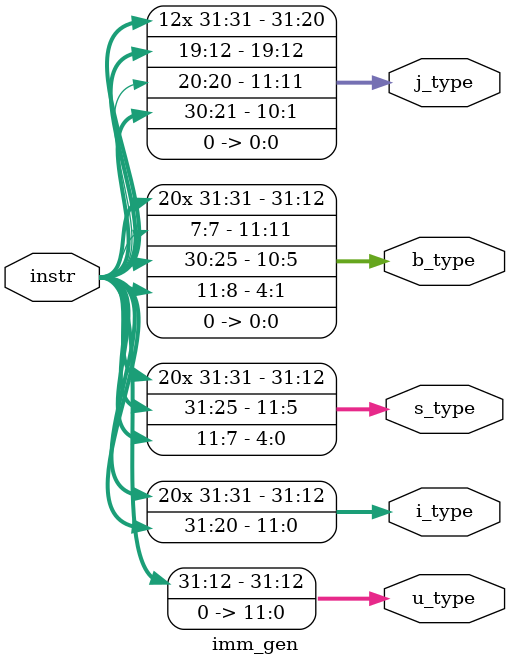
<source format=sv>
module imm_gen (
    input  logic [31:7] instr,  // Bits 31:7 of the instruction
    output logic [31:0] u_type,  // Output for U-Type
    output logic [31:0] i_type,  // Output for I-Type
    output logic [31:0] s_type,  // Output for S-Type
    output logic [31:0] b_type,  // Output for B-Type
    output logic [31:0] j_type   // Output for J-Type
);

    // Assign statements for each immediate type
    assign u_type = {instr[31:12], 12'b0};  // U-Type (Upper Immediate)
    assign i_type = {{21{instr[31]}}, instr[30:20]}; // I-Type (Sign-extended Immediate)
    assign s_type = {{21{instr[31]}}, instr[30:25], instr[11:7]}; // S-Type (Store Immediate)
    assign b_type = {{20{instr[31]}}, instr[7], instr[30:25], instr[11:8], 1'b0}; // B-Type (Branch Immediate)
    assign j_type = {{12{instr[31]}}, instr[19:12], instr[20], instr[30:21], 1'b0}; // J-Type (Jump Immediate)

endmodule

</source>
